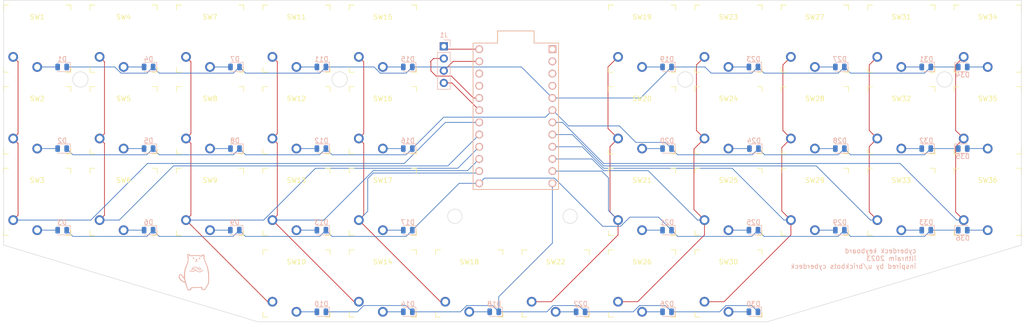
<source format=kicad_pcb>
(kicad_pcb (version 20221018) (generator pcbnew)
  (layers (0 "F.Cu" signal) (31 "B.Cu" signal) (34 "B.Paste" user) (35 "F.Paste" user) (36 "B.SilkS" user "B.Silkscreen") (37 "F.SilkS" user "F.Silkscreen") (38 "B.Mask" user) (39 "F.Mask" user) (44 "Edge.Cuts" user))
  (net 0 "")
  (net 1 "ROW0")
  (net 2 "Net-(D1-A)")
  (net 3 "ROW1")
  (net 4 "Net-(D2-A)")
  (net 5 "ROW2")
  (net 6 "Net-(D3-A)")
  (net 7 "Net-(D4-A)")
  (net 8 "Net-(D5-A)")
  (net 9 "Net-(D6-A)")
  (net 10 "Net-(D7-A)")
  (net 11 "Net-(D8-A)")
  (net 12 "Net-(D9-A)")
  (net 13 "ROW3")
  (net 14 "Net-(D10-A)")
  (net 15 "Net-(D11-A)")
  (net 16 "Net-(D12-A)")
  (net 17 "Net-(D13-A)")
  (net 18 "Net-(D14-A)")
  (net 19 "Net-(D15-A)")
  (net 20 "Net-(D16-A)")
  (net 21 "Net-(D17-A)")
  (net 22 "Net-(D18-A)")
  (net 23 "Net-(D19-A)")
  (net 24 "Net-(D20-A)")
  (net 25 "Net-(D21-A)")
  (net 26 "Net-(D22-A)")
  (net 27 "Net-(D23-A)")
  (net 28 "Net-(D24-A)")
  (net 29 "Net-(D25-A)")
  (net 30 "Net-(D26-A)")
  (net 31 "Net-(D27-A)")
  (net 32 "Net-(D28-A)")
  (net 33 "Net-(D29-A)")
  (net 34 "Net-(D30-A)")
  (net 35 "Net-(D31-A)")
  (net 36 "Net-(D32-A)")
  (net 37 "Net-(D33-A)")
  (net 38 "Net-(D34-A)")
  (net 39 "Net-(D35-A)")
  (net 40 "Net-(D36-A)")
  (net 41 "CLM0")
  (net 42 "CLM1")
  (net 43 "CLM2")
  (net 44 "CLM3")
  (net 45 "CLM4")
  (net 46 "CLM5")
  (net 47 "CLM6")
  (net 48 "CLM7")
  (net 49 "CLM8")
  (net 50 "CLM9")
  (net 55 "Net-(J1-Pin_1)")
  (net 56 "Net-(J1-Pin_2)")
  (net 59 "Net-(J1-Pin_3)")
  (net 60 "Net-(J1-Pin_4)")
  (footprint "Footprints:SW_PG1350" (layer "F.Cu") (at 37.5 29.5)
    (fp_text reference "SW4")
    (fp_text value "SW_Push")
  )
  (footprint "Footprints:SW_PG1350" (layer "F.Cu") (at 91.5 29.5)
    (fp_text reference "SW15")
    (fp_text value "SW_Push")
  )
  (footprint "Footprints:SW_PG1350" (layer "F.Cu") (at 19.5 63.5)
    (fp_text reference "SW3")
    (fp_text value "SW_Push")
  )
  (footprint "Footprints:SW_PG1350" (layer "F.Cu") (at 181.5 63.5)
    (fp_text reference "SW29")
    (fp_text value "SW_Push")
  )
  (footprint "Footprints:SW_PG1350" (layer "F.Cu") (at 55.5 63.5)
    (fp_text reference "SW9")
    (fp_text value "SW_Push")
  )
  (footprint "Footprints:SW_PG1350" (layer "F.Cu") (at 73.5 46.5)
    (fp_text reference "SW12")
    (fp_text value "SW_Push")
  )
  (footprint "Footprints:SW_PG1350" (layer "F.Cu") (at 91.5 63.5)
    (fp_text reference "SW17")
    (fp_text value "SW_Push")
  )
  (footprint "Footprints:SW_PG1350" (layer "F.Cu") (at 145.5 80.5)
    (fp_text reference "SW26")
    (fp_text value "SW_Push")
  )
  (footprint "Footprints:SW_PG1350" (layer "F.Cu") (at 91.5 46.5)
    (fp_text reference "SW16")
    (fp_text value "SW_Push")
  )
  (footprint "Footprints:SW_PG1350" (layer "F.Cu") (at 37.5 46.5)
    (fp_text reference "SW5")
    (fp_text value "SW_Push")
  )
  (footprint "Footprints:SW_PG1350" (layer "F.Cu") (at 91.5 80.5)
    (fp_text reference "SW14")
    (fp_text value "SW_Push")
  )
  (footprint "Footprints:SW_PG1350" (layer "F.Cu") (at 217.5 46.5)
    (fp_text reference "SW35")
    (fp_text value "SW_Push")
  )
  (footprint "Footprints:SW_PG1350" (layer "F.Cu") (at 109.5 80.5)
    (fp_text reference "SW18")
    (fp_text value "SW_Push")
  )
  (footprint "Footprints:SW_PG1350" (layer "F.Cu") (at 199.5 63.5)
    (fp_text reference "SW33")
    (fp_text value "SW_Push")
  )
  (footprint "Footprints:SW_PG1350" (layer "F.Cu") (at 181.5 46.5)
    (fp_text reference "SW28")
    (fp_text value "SW_Push")
  )
  (footprint "Footprints:SW_PG1350" (layer "F.Cu") (at 199.5 29.5)
    (fp_text reference "SW31")
    (fp_text value "SW_Push")
  )
  (footprint "Footprints:SW_PG1350" (layer "F.Cu") (at 163.5 80.5)
    (fp_text reference "SW30")
    (fp_text value "SW_Push")
  )
  (footprint "Footprints:SW_PG1350" (layer "F.Cu") (at 19.5 29.5)
    (fp_text reference "SW1")
    (fp_text value "SW_Push")
  )
  (footprint "Footprints:SW_PG1350" (layer "F.Cu") (at 73.5 80.5)
    (fp_text reference "SW10")
    (fp_text value "SW_Push")
  )
  (footprint "Footprints:SW_PG1350" (layer "F.Cu") (at 145.5 46.5)
    (fp_text reference "SW20")
    (fp_text value "SW_Push")
  )
  (footprint "Footprints:SW_PG1350" (layer "F.Cu") (at 55.5 29.5)
    (fp_text reference "SW7")
    (fp_text value "SW_Push")
  )
  (footprint "Footprints:SW_PG1350" (layer "F.Cu") (at 37.5 63.5)
    (fp_text reference "SW6")
    (fp_text value "SW_Push")
  )
  (footprint "Footprints:SW_PG1350" (layer "F.Cu") (at 73.5 63.5)
    (fp_text reference "SW13")
    (fp_text value "SW_Push")
  )
  (footprint "Footprints:SW_PG1350" (layer "F.Cu") (at 127.5 80.5)
    (fp_text reference "SW22")
    (fp_text value "SW_Push")
  )
  (footprint "Footprints:SW_PG1350" (layer "F.Cu") (at 217.5 63.5)
    (fp_text reference "SW36")
    (fp_text value "SW_Push")
  )
  (footprint "Footprints:SW_PG1350" (layer "F.Cu") (at 163.5 63.5)
    (fp_text reference "SW25")
    (fp_text value "SW_Push")
  )
  (footprint "Footprints:SW_PG1350" (layer "F.Cu") (at 145.5 29.5)
    (fp_text reference "SW19")
    (fp_text value "SW_Push")
  )
  (footprint "Footprints:SW_PG1350" (layer "F.Cu") (at 217.5 29.5)
    (fp_text reference "SW34")
    (fp_text value "SW_Push")
  )
  (footprint "Footprints:SW_PG1350" (layer "F.Cu") (at 145.5 63.5)
    (fp_text reference "SW21")
    (fp_text value "SW_Push")
  )
  (footprint "Footprints:SW_PG1350" (layer "F.Cu") (at 73.5 29.5)
    (fp_text reference "SW11")
    (fp_text value "SW_Push")
  )
  (footprint "Footprints:SW_PG1350" (layer "F.Cu") (at 181.5 29.5)
    (fp_text reference "SW27")
    (fp_text value "SW_Push")
  )
  (footprint "Footprints:SW_PG1350" (layer "F.Cu") (at 55.5 46.5)
    (fp_text reference "SW8")
    (fp_text value "SW_Push")
  )
  (footprint "Footprints:SW_PG1350" (layer "F.Cu") (at 163.5 46.5)
    (fp_text reference "SW24")
    (fp_text value "SW_Push")
  )
  (footprint "Footprints:SW_PG1350" (layer "F.Cu") (at 199.5 46.5)
    (fp_text reference "SW32")
    (fp_text value "SW_Push")
  )
  (footprint "Footprints:SW_PG1350" (layer "F.Cu") (at 163.5 29.5)
    (fp_text reference "SW23")
    (fp_text value "SW_Push")
  )
  (footprint "Footprints:SW_PG1350" (layer "F.Cu") (at 19.5 46.5)
    (fp_text reference "SW2")
    (fp_text value "SW_Push")
  )
  (footprint "Diode_SMD:D_0805_2012Metric" (layer "B.Cu") (at 219.8 59.9)
    (fp_text reference "D35")
    (fp_text value "D")
  )
  (footprint "Diode_SMD:D_0805_2012Metric" (layer "B.Cu") (at 122.2 93.9 180)
    (fp_text reference "D18")
    (fp_text value "D")
  )
  (footprint "Diode_SMD:D_0805_2012Metric" (layer "B.Cu") (at 194.2 42.9 180)
    (fp_text reference "D27")
    (fp_text value "D")
  )
  (footprint "Diode_SMD:D_0805_2012Metric" (layer "B.Cu") (at 176.2 42.9 180)
    (fp_text reference "D23")
    (fp_text value "D")
  )
  (footprint "Diode_SMD:D_0805_2012Metric" (layer "B.Cu") (at 104.2 59.9 180)
    (fp_text reference "D16")
    (fp_text value "D")
  )
  (footprint "Diode_SMD:D_0805_2012Metric" (layer "B.Cu") (at 194.2 59.9 180)
    (fp_text reference "D28")
    (fp_text value "D")
  )
  (footprint "Diode_SMD:D_0805_2012Metric" (layer "B.Cu") (at 86.2 42.9 180)
    (fp_text reference "D11")
    (fp_text value "D")
  )
  (footprint "Footprints:ProMicro" (layer "B.Cu") (at 126.7 53.17 -90)
    (fp_text reference "U1" hide)
    (fp_text value "ProMicro")
  )
  (footprint "Diode_SMD:D_0805_2012Metric" (layer "B.Cu") (at 86.2 59.9 180)
    (fp_text reference "D12")
    (fp_text value "D")
  )
  (footprint "Diode_SMD:D_0805_2012Metric" (layer "B.Cu") (at 86.2 93.9 180)
    (fp_text reference "D10")
    (fp_text value "D")
  )
  (footprint "Diode_SMD:D_0805_2012Metric" (layer "B.Cu") (at 50.2 76.9 180)
    (fp_text reference "D6")
    (fp_text value "D")
  )
  (footprint "Footprints:Images-Chef_Gumi" (layer "B.Cu") (at 59.9 85.1 180)
    (fp_text reference "G***" hide)
    (fp_text value "LOGO" hide)
  )
  (footprint "Diode_SMD:D_0805_2012Metric" (layer "B.Cu") (at 194.2 76.9 180)
    (fp_text reference "D29")
    (fp_text value "D")
  )
  (footprint "Diode_SMD:D_0805_2012Metric" (layer "B.Cu") (at 50.2 59.9 180)
    (fp_text reference "D5")
    (fp_text value "D")
  )
  (footprint "Diode_SMD:D_0805_2012Metric" (layer "B.Cu") (at 176.3 59.9 180)
    (fp_text reference "D24")
    (fp_text value "D")
  )
  (footprint "Diode_SMD:D_0805_2012Metric" (layer "B.Cu") (at 219.8 42.9)
    (fp_text reference "D34")
    (fp_text value "D")
  )
  (footprint "Diode_SMD:D_0805_2012Metric" (layer "B.Cu") (at 50.2 42.9 180)
    (fp_text reference "D4")
    (fp_text value "D")
  )
  (footprint "Diode_SMD:D_0805_2012Metric" (layer "B.Cu") (at 32.2 76.9 180)
    (fp_text reference "D3")
    (fp_text value "D")
  )
  (footprint "Diode_SMD:D_0805_2012Metric" (layer "B.Cu") (at 176.2 76.9 180)
    (fp_text reference "D25")
    (fp_text value "D")
  )
  (footprint "Connector_PinHeader_2.54mm:PinHeader_1x04_P2.54mm_Vertical" (layer "B.Cu") (at 111.7 38.6 180)
    (fp_text reference "J1")
    (fp_text value "Thumbstick Connector")
  )
  (footprint "Diode_SMD:D_0805_2012Metric" (layer "B.Cu") (at 158.2 93.9 180)
    (fp_text reference "D26")
    (fp_text value "D")
  )
  (footprint "Diode_SMD:D_0805_2012Metric" (layer "B.Cu") (at 68.1625 76.9 180)
    (fp_text reference "D9")
    (fp_text value "D")
  )
  (footprint "Diode_SMD:D_0805_2012Metric" (layer "B.Cu") (at 104.2 42.9 180)
    (fp_text reference "D15")
    (fp_text value "D")
  )
  (footprint "Diode_SMD:D_0805_2012Metric" (layer "B.Cu") (at 86.2 76.9 180)
    (fp_text reference "D13")
    (fp_text value "D")
  )
  (footprint "Diode_SMD:D_0805_2012Metric" (layer "B.Cu") (at 140.2 93.9 180)
    (fp_text reference "D22")
    (fp_text value "D")
  )
  (footprint "Diode_SMD:D_0805_2012Metric" (layer "B.Cu") (at 212.2 42.9 180)
    (fp_text reference "D31")
    (fp_text value "D")
  )
  (footprint "Diode_SMD:D_0805_2012Metric" (layer "B.Cu") (at 212.2 59.9 180)
    (fp_text reference "D32")
    (fp_text value "D")
  )
  (footprint "Diode_SMD:D_0805_2012Metric" (layer "B.Cu") (at 104.2 93.9 180)
    (fp_text reference "D14")
    (fp_text value "D")
  )
  (footprint "Diode_SMD:D_0805_2012Metric" (layer "B.Cu") (at 68.2 59.9 180)
    (fp_text reference "D8")
    (fp_text value "D")
  )
  (footprint "Diode_SMD:D_0805_2012Metric" (layer "B.Cu") (at 32.2 59.9 180)
    (fp_text reference "D2")
    (fp_text value "D")
  )
  (footprint "Diode_SMD:D_0805_2012Metric" (layer "B.Cu") (at 158.2 76.9 180)
    (fp_text reference "D21")
    (fp_text value "D")
  )
  (footprint "Diode_SMD:D_0805_2012Metric" (layer "B.Cu") (at 176.2 93.9 180)
    (fp_text reference "D30")
    (fp_text value "D")
  )
  (footprint "Diode_SMD:D_0805_2012Metric" (layer "B.Cu") (at 212.2 76.9 180)
    (fp_text reference "D33")
    (fp_text value "D")
  )
  (footprint "Diode_SMD:D_0805_2012Metric" (layer "B.Cu") (at 158.2 59.9 180)
    (fp_text reference "D20")
    (fp_text value "D")
  )
  (footprint "Diode_SMD:D_0805_2012Metric" (layer "B.Cu") (at 219.8 76.9)
    (fp_text reference "D36")
    (fp_text value "D")
  )
  (footprint "Diode_SMD:D_0805_2012Metric" (layer "B.Cu") (at 68.2 42.9 180)
    (fp_text reference "D7")
    (fp_text value "D")
  )
  (footprint "Diode_SMD:D_0805_2012Metric" (layer "B.Cu") (at 104.2 76.9 180)
    (fp_text reference "D17")
    (fp_text value "D")
  )
  (footprint "Diode_SMD:D_0805_2012Metric" (layer "B.Cu") (at 32.2 42.9 180)
    (fp_text reference "D1")
    (fp_text value "D")
  )
  (footprint "Diode_SMD:D_0805_2012Metric" (layer "B.Cu") (at 158.2 42.9 180)
    (fp_text reference "D19")
    (fp_text value "D")
  )
  (gr_line (start 73 96) (end 179 96) (stroke (width 0.1)) (layer "Edge.Cuts"))
  (gr_circle (center 162 45.5) (end 163.6 45.5) (stroke (width 0.1)) (fill none) (layer "Edge.Cuts"))
  (gr_circle (center 216 45.5) (end 217.6 45.5) (stroke (width 0.1)) (fill none) (layer "Edge.Cuts"))
  (gr_circle (center 138 74) (end 138 75.5) (stroke (width 0.1)) (fill none) (layer "Edge.Cuts"))
  (gr_line (start 20 80) (end 73 96) (stroke (width 0.1)) (layer "Edge.Cuts"))
  (gr_line (start 232 29) (end 232 80) (stroke (width 0.1)) (layer "Edge.Cuts"))
  (gr_circle (center 114 74) (end 114 75.5) (stroke (width 0.1)) (fill none) (layer "Edge.Cuts"))
  (gr_line (start 20 29) (end 232 29) (stroke (width 0.1)) (layer "Edge.Cuts"))
  (gr_line (start 20 29) (end 20 80) (stroke (width 0.1)) (layer "Edge.Cuts"))
  (gr_circle (center 90 45.5) (end 91.6 45.5) (stroke (width 0.1)) (fill none) (layer "Edge.Cuts"))
  (gr_circle (center 36 45.5) (end 37.6 45.5) (stroke (width 0.1)) (fill none) (layer "Edge.Cuts"))
  (gr_line (start 179 96) (end 232 80) (stroke (width 0.1)) (layer "Edge.Cuts"))
  (gr_text "cyberdeck keyboard\nilthraim 2023\ninspired by u/brickbots cyberdeck" (at 210.2 85) (layer "B.SilkS") (effects (font (size 1 1)) (justify left bottom mirror)))
  (segment (start 97.17425 42.9) (end 98.46525 44.191) (width 0.15) (layer "B.Cu") (net 1))
  (segment (start 52.4285 44.191) (end 67.8465 44.191) (width 0.15) (layer "B.Cu") (net 1))
  (segment (start 85.8465 44.191) (end 87.1375 42.9) (width 0.15) (layer "B.Cu") (net 1))
  (segment (start 195.1375 42.9) (end 193.8465 44.191) (width 0.15) (layer "B.Cu") (net 1))
  (segment (start 175.8465 44.191) (end 167.391 44.191) (width 0.15) (layer "B.Cu") (net 1))
  (segment (start 127.86 42.9) (end 134.32 49.36) (width 0.15) (layer "B.Cu") (net 1))
  (segment (start 70.4285 44.191) (end 85.8465 44.191) (width 0.15) (layer "B.Cu") (net 1))
  (segment (start 103.8465 44.191) (end 105.1375 42.9) (width 0.15) (layer "B.Cu") (net 1))
  (segment (start 218.8625 42.9) (end 213.1375 42.9) (width 0.15) (layer "B.Cu") (net 1))
  (segment (start 178.4285 44.191) (end 177.1375 42.9) (width 0.15) (layer "B.Cu") (net 1))
  (segment (start 159.1375 42.9) (end 152.6775 49.36) (width 0.15) (layer "B.Cu") (net 1))
  (segment (start 167.391 44.191) (end 166.1 42.9) (width 0.15) (layer "B.Cu") (net 1))
  (segment (start 69.1375 42.9) (end 70.4285 44.191) (width 0.15) (layer "B.Cu") (net 1))
  (segment (start 33.1375 42.9) (end 43.17425 42.9) (width 0.15) (layer "B.Cu") (net 1))
  (segment (start 44.46525 44.191) (end 49.8465 44.191) (width 0.15) (layer "B.Cu") (net 1))
  (segment (start 193.8465 44.191) (end 178.4285 44.191) (width 0.15) (layer "B.Cu") (net 1))
  (segment (start 51.1375 42.9) (end 52.4285 44.191) (width 0.15) (layer "B.Cu") (net 1))
  (segment (start 105.1375 42.9) (end 127.86 42.9) (width 0.15) (layer "B.Cu") (net 1))
  (segment (start 98.46525 44.191) (end 103.8465 44.191) (width 0.15) (layer "B.Cu") (net 1))
  (segment (start 211.8465 44.191) (end 196.4285 44.191) (width 0.15) (layer "B.Cu") (net 1))
  (segment (start 166.1 42.9) (end 159.1375 42.9) (width 0.15) (layer "B.Cu") (net 1))
  (segment (start 49.8465 44.191) (end 51.1375 42.9) (width 0.15) (layer "B.Cu") (net 1))
  (segment (start 196.4285 44.191) (end 195.1375 42.9) (width 0.15) (layer "B.Cu") (net 1))
  (segment (start 152.6775 49.36) (end 134.32 49.36) (width 0.15) (layer "B.Cu") (net 1))
  (segment (start 177.1375 42.9) (end 175.8465 44.191) (width 0.15) (layer "B.Cu") (net 1))
  (segment (start 43.17425 42.9) (end 44.46525 44.191) (width 0.15) (layer "B.Cu") (net 1))
  (segment (start 67.8465 44.191) (end 69.1375 42.9) (width 0.15) (layer "B.Cu") (net 1))
  (segment (start 87.1375 42.9) (end 97.17425 42.9) (width 0.15) (layer "B.Cu") (net 1))
  (segment (start 213.1375 42.9) (end 211.8465 44.191) (width 0.15) (layer "B.Cu") (net 1))
  (segment (start 27 42.9) (end 31.2625 42.9) (width 0.15) (layer "B.Cu") (net 2))
  (segment (start 88.4285 61.191) (end 103.8465 61.191) (width 0.15) (layer "B.Cu") (net 3))
  (segment (start 196.4285 61.191) (end 195.1375 59.9) (width 0.15) (layer "B.Cu") (net 3))
  (segment (start 175.9465 61.191) (end 160.4285 61.191) (width 0.15) (layer "B.Cu") (net 3))
  (segment (start 177.2375 59.9) (end 175.9465 61.191) (width 0.15) (layer "B.Cu") (net 3))
  (segment (start 87.1375 59.9) (end 88.4285 61.191) (width 0.15) (layer "B.Cu") (net 3))
  (segment (start 213.1375 59.9) (end 211.8465 61.191) (width 0.15) (layer "B.Cu") (net 3))
  (segment (start 178.5285 61.191) (end 177.2375 59.9) (width 0.15) (layer "B.Cu") (net 3))
  (segment (start 105.1375 59.9) (end 111.6725 53.365) (width 0.15) (layer "B.Cu") (net 3))
  (segment (start 159.1375 59.9) (end 157.8465 58.609) (width 0.15) (layer "B.Cu") (net 3))
  (segment (start 151.709 58.609) (end 148.2759 55.1759) (width 0.15) (layer "B.Cu") (net 3))
  (segment (start 218.8625 59.9) (end 213.1375 59.9) (width 0.15) (layer "B.Cu") (net 3))
  (segment (start 148.2759 55.1759) (end 137.6759 55.1759) (width 0.15) (layer "B.Cu") (net 3))
  (segment (start 52.4285 61.191) (end 67.8465 61.191) (width 0.15) (layer "B.Cu") (net 3))
  (segment (start 33.1375 59.9) (end 34.4285 61.191) (width 0.15) (layer "B.Cu") (net 3))
  (segment (start 134.4 51.9) (end 134.32 51.9) (width 0.15) (layer "B.Cu") (net 3))
  (segment (start 111.6725 53.365) (end 132.855 53.365) (width 0.15) (layer "B.Cu") (net 3))
  (segment (start 85.8465 61.191) (end 87.1375 59.9) (width 0.15) (layer "B.Cu") (net 3))
  (segment (start 67.8465 61.191) (end 69.1375 59.9) (width 0.15) (layer "B.Cu") (net 3))
  (segment (start 137.6759 55.1759) (end 134.4 51.9) (width 0.15) (layer "B.Cu") (net 3))
  (segment (start 195.1375 59.9) (end 193.8465 61.191) (width 0.15) (layer "B.Cu") (net 3))
  (segment (start 49.8465 61.191) (end 51.1375 59.9) (width 0.15) (layer "B.Cu") (net 3))
  (segment (start 70.4285 61.191) (end 85.8465 61.191) (width 0.15) (layer "B.Cu") (net 3))
  (segment (start 69.1375 59.9) (end 70.4285 61.191) (width 0.15) (layer "B.Cu") (net 3))
  (segment (start 160.4285 61.191) (end 159.1375 59.9) (width 0.15) (layer "B.Cu") (net 3))
  (segment (start 193.8465 61.191) (end 178.5285 61.191) (width 0.15) (layer "B.Cu") (net 3))
  (segment (start 34.4285 61.191) (end 49.8465 61.191) (width 0.15) (layer "B.Cu") (net 3))
  (segment (start 51.1375 59.9) (end 52.4285 61.191) (width 0.15) (layer "B.Cu") (net 3))
  (segment (start 132.855 53.365) (end 134.32 51.9) (width 0.15) (layer "B.Cu") (net 3))
  (segment (start 157.8465 58.609) (end 151.709 58.609) (width 0.15) (layer "B.Cu") (net 3))
  (segment (start 211.8465 61.191) (end 196.4285 61.191) (width 0.15) (layer "B.Cu") (net 3))
  (segment (start 103.8465 61.191) (end 105.1375 59.9) (width 0.15) (layer "B.Cu") (net 3))
  (segment (start 31.2625 59.9) (end 27 59.9) (width 0.15) (layer "B.Cu") (net 4))
  (segment (start 114.8975 67.14) (end 119.08 67.14) (width 0.15) (layer "B.Cu") (net 5))
  (segment (start 156.4285 74.191) (end 150.43475 74.191) (width 0.15) (layer "B.Cu") (net 5))
  (segment (start 148.53475 76.091) (end 144.79128 76.091) (width 0.15) (layer "B.Cu") (net 5))
  (segment (start 159.1375 76.9) (end 156.4285 74.191) (width 0.15) (layer "B.Cu") (net 5))
  (segment (start 70.391 78.191) (end 85.8465 78.191) (width 0.15) (layer "B.Cu") (net 5))
  (segment (start 134.76528 66.065) (end 120.155 66.065) (width 0.15) (layer "B.Cu") (net 5))
  (segment (start 69.1 76.9) (end 70.391 78.191) (width 0.15) (layer "B.Cu") (net 5))
  (segment (start 67.809 78.191) (end 69.1 76.9) (width 0.15) (layer "B.Cu") (net 5))
  (segment (start 85.8465 78.191) (end 87.1375 76.9) (width 0.15) (layer "B.Cu") (net 5))
  (segment (start 195.1375 76.9) (end 193.8465 78.191) (width 0.15) (layer "B.Cu") (net 5))
  (segment (start 160.4285 78.191) (end 175.8465 78.191) (width 0.15) (layer "B.Cu") (net 5))
  (segment (start 88.4285 78.191) (end 103.8465 78.191) (width 0.15) (layer "B.Cu") (net 5))
  (segment (start 49.8465 78.191) (end 51.1375 76.9) (width 0.15) (layer "B.Cu") (net 5))
  (segment (start 159.1375 76.9) (end 160.4285 78.191) (width 0.15) (layer "B.Cu") (net 5))
  (segment (start 178.4285 78.191) (end 177.1375 76.9) (width 0.15) (layer "B.Cu") (net 5))
  (segment (start 150.43475 74.191) (end 148.53475 76.091) (width 0.15) (layer "B.Cu") (net 5))
  (segment (start 144.79128 76.091) (end 134.76528 66.065) (width 0.15) (layer "B.Cu") (net 5))
  (segment (start 211.8465 78.191) (end 196.4285 78.191) (width 0.15) (layer "B.Cu") (net 5))
  (segment (start 51.1375 76.9) (end 52.4285 78.191) (width 0.15) (layer "B.Cu") (net 5))
  (segment (start 218.8625 76.9) (end 213.1375 76.9) (width 0.15) (layer "B.Cu") (net 5))
  (segment (start 175.8465 78.191) (end 177.1375 76.9) (width 0.15) (layer "B.Cu") (net 5))
  (segment (start 120.155 66.065) (end 119.08 67.14) (width 0.15) (layer "B.Cu") (net 5))
  (segment (start 52.4285 78.191) (end 67.809 78.191) (width 0.15) (layer "B.Cu") (net 5))
  (segment (start 103.8465 78.191) (end 105.1375 76.9) (width 0.15) (layer "B.Cu") (net 5))
  (segment (start 196.4285 78.191) (end 195.1375 76.9) (width 0.15) (layer "B.Cu") (net 5))
  (segment (start 87.1375 76.9) (end 88.4285 78.191) (width 0.15) (layer "B.Cu") (net 5))
  (segment (start 33.1375 76.9) (end 34.4285 78.191) (width 0.15) (layer "B.Cu") (net 5))
  (segment (start 34.4285 78.191) (end 49.8465 78.191) (width 0.15) (layer "B.Cu") (net 5))
  (segment (start 105.1375 76.9) (end 114.8975 67.14) (width 0.15) (layer "B.Cu") (net 5))
  (segment (start 193.8465 78.191) (end 178.4285 78.191) (width 0.15) (layer "B.Cu") (net 5))
  (segment (start 213.1375 76.9) (end 211.8465 78.191) (width 0.15) (layer "B.Cu") (net 5))
  (segment (start 27 76.9) (end 31.2625 76.9) (width 0.15) (layer "B.Cu") (net 6))
  (segment (start 45 42.9) (end 49.2625 42.9) (width 0.15) (layer "B.Cu") (net 7))
  (segment (start 49.2625 59.9) (end 45 59.9) (width 0.15) (layer "B.Cu") (net 8))
  (segment (start 45 76.9) (end 49.2625 76.9) (width 0.15) (layer "B.Cu") (net 9))
  (segment (start 67.2625 42.9) (end 63 42.9) (width 0.15) (layer "B.Cu") (net 10))
  (segment (start 67.2625 59.9) (end 63 59.9) (width 0.15) (layer "B.Cu") (net 11))
  (segment (start 63 76.9) (end 67.225 76.9) (width 0.15) (layer "B.Cu") (net 12))
  (segment (start 151.17425 93.9) (end 152.46525 92.609) (width 0.15) (layer "B.Cu") (net 13))
  (segment (start 170.46525 92.609) (end 175.8465 92.609) (width 0.15) (layer "B.Cu") (net 13))
  (segment (start 152.46525 92.609) (end 157.8465 92.609) (width 0.15) (layer "B.Cu") (net 13))
  (segment (start 141.1375 93.9) (end 151.17425 93.9) (width 0.15) (layer "B.Cu") (net 13))
  (segment (start 93.72575 93.9) (end 95.02575 92.6) (width 0.15) (layer "B.Cu") (net 13))
  (segment (start 134.46525 92.609) (end 139.8465 92.609) (width 0.15) (layer "B.Cu") (net 13))
  (segment (start 133.17425 93.9) (end 134.46525 92.609) (width 0.15) (layer "B.Cu") (net 13))
  (segment (start 115.17425 93.9) (end 116.46525 92.609) (width 0.15) (layer "B.Cu") (net 13))
  (segment (start 123.1375 93.9) (end 133.17425 93.9) (width 0.15) (layer "B.Cu") (net 13))
  (segment (start 139.8465 92.609) (end 141.1375 93.9) (width 0.15) (layer "B.Cu") (net 13))
  (segment (start 175.8465 92.609) (end 177.1375 93.9) (width 0.15) (layer "B.Cu") (net 13))
  (segment (start 121.8465 92.609) (end 123.1375 93.9) (width 0.15) (layer "B.Cu") (net 13))
  (segment (start 169.17425 93.9) (end 170.46525 92.609) (width 0.15) (layer "B.Cu") (net 13))
  (segment (start 103.8375 92.6) (end 105.1375 93.9) (width 0.15) (layer "B.Cu") (net 13))
  (segment (start 87.1375 93.9) (end 93.72575 93.9) (width 0.15) (layer "B.Cu") (net 13))
  (segment (start 105.1375 93.9) (end 115.17425 93.9) (width 0.15) (layer "B.Cu") (net 13))
  (segment (start 134.32 79.58) (end 134.32 67.14) (width 0.15) (layer "B.Cu") (net 13))
  (segment (start 123.1375 93.9) (end 123.1375 90.7625) (width 0.15) (layer "B.Cu") (net 13))
  (segment (start 123.1375 90.7625) (end 134.32 79.58) (width 0.15) (layer "B.Cu") (net 13))
  (segment (start 157.8465 92.609) (end 159.1375 93.9) (width 0.15) (layer "B.Cu") (net 13))
  (segment (start 116.46525 92.609) (end 121.8465 92.609) (width 0.15) (layer "B.Cu") (net 13))
  (segment (start 95.02575 92.6) (end 103.8375 92.6) (width 0.15) (layer "B.Cu") (net 13))
  (segment (start 159.1375 93.9) (end 169.17425 93.9) (width 0.15) (layer "B.Cu") (net 13))
  (segment (start 81 93.9) (end 85.2625 93.9) (width 0.15) (layer "B.Cu") (net 14))
  (segment (start 85.2625 42.9) (end 81 42.9) (width 0.15) (layer "B.Cu") (net 15))
  (segment (start 85.2625 59.9) (end 81 59.9) (width 0.15) (layer "B.Cu") (net 16))
  (segment (start 81 76.9) (end 85.2625 76.9) (width 0.15) (layer "B.Cu") (net 17))
  (segment (start 99 93.9) (end 103.2625 93.9) (width 0.15) (layer "B.Cu") (net 18))
  (segment (start 99 42.9) (end 103.2625 42.9) (width 0.15) (layer "B.Cu") (net 19))
  (segment (start 103.2625 59.9) (end 99 59.9) (width 0.15) (layer "B.Cu") (net 20))
  (segment (start 99 76.9) (end 103.2625 76.9) (width 0.15) (layer "B.Cu") (net 21))
  (segment (start 121.2625 93.9) (end 117 93.9) (width 0.15) (layer "B.Cu") (net 22))
  (segment (start 157.2625 42.9) (end 153 42.9) (width 0.15) (layer "B.Cu") (net 23))
  (segment (start 157.2625 59.9) (end 153 59.9) (width 0.15) (layer "B.Cu") (net 24))
  (segment (start 157.2625 76.9) (end 153 76.9) (width 0.15) (layer "B.Cu") (net 25))
  (segment (start 139.2625 93.9) (end 135 93.9) (width 0.15) (layer "B.Cu") (net 26))
  (segment (start 175.2625 42.9) (end 171 42.9) (width 0.15) (layer "B.Cu") (net 27))
  (segment (start 175.3625 59.9) (end 171 59.9) (width 0.15) (layer "B.Cu") (net 28))
  (segment (start 175.2625 76.9) (end 171 76.9) (width 0.15) (layer "B.Cu") (net 29))
  (segment (start 157.2625 93.9) (end 153 93.9) (width 0.15) (layer "B.Cu") (net 30))
  (segment (start 193.2625 42.9) (end 189 42.9) (width 0.15) (layer "B.Cu") (net 31))
  (segment (start 193.2625 59.9) (end 189 59.9) (width 0.15) (layer "B.Cu") (net 32))
  (segment (start 193.2625 76.9) (end 189 76.9) (width 0.15) (layer "B.Cu") (net 33))
  (segment (start 171 93.9) (end 175.2625 93.9) (width 0.15) (layer "B.Cu") (net 34))
  (segment (start 211.2625 42.9) (end 207 42.9) (width 0.15) (layer "B.Cu") (net 35))
  (segment (start 211.2625 59.9) (end 207 59.9) (width 0.15) (layer "B.Cu") (net 36))
  (segment (start 211.2625 76.9) (end 207 76.9) (width 0.15) (layer "B.Cu") (net 37))
  (segment (start 225 42.9) (end 220.7375 42.9) (width 0.15) (layer "B.Cu") (net 38))
  (segment (start 225 59.9) (end 220.7375 59.9) (width 0.15) (layer "B.Cu") (net 39))
  (segment (start 225 76.9) (end 220.7375 76.9) (width 0.15) (layer "B.Cu") (net 40))
  (segment (start 23.015999 56.784001) (end 22 57.8) (width 0.15) (layer "F.Cu") (net 41))
  (segment (start 22 57.8) (end 23.015999 58.815999) (width 0.15) (layer "F.Cu") (net 41))
  (segment (start 23.015999 73.784001) (end 22 74.8) (width 0.15) (layer "F.Cu") (net 41))
  (segment (start 23.015999 58.815999) (end 23.015999 73.784001) (width 0.15) (layer "F.Cu") (net 41))
  (segment (start 23.015999 41.815999) (end 23.015999 56.784001) (width 0.15) (layer "F.Cu") (net 41))
  (segment (start 22 40.8) (end 23.015999 41.815999) (width 0.15) (layer "F.Cu") (net 41))
  (segment (start 22 74.8) (end 38.17425 74.8) (width 0.15) (layer "B.Cu") (net 41))
  (segment (start 49.97425 63) (end 103.471123 63) (width 0.15) (layer "B.Cu") (net 41))
  (segment (start 112.031123 54.44) (end 119.08 54.44) (width 0.15) (layer "B.Cu") (net 41))
  (segment (start 103.471123 63) (end 112.031123 54.44) (width 0.15) (layer "B.Cu") (net 41))
  (segment (start 38.17425 74.8) (end 49.97425 63) (width 0.15) (layer "B.Cu") (net 41))
  (segment (start 41.015999 73.784001) (end 40 74.8) (width 0.15) (layer "F.Cu") (net 42))
  (segment (start 41.015999 56.784001) (end 40 57.8) (width 0.15) (layer "F.Cu") (net 42))
  (segment (start 41.015999 58.815999) (end 41.015999 73.784001) (width 0.15) (layer "F.Cu") (net 42))
  (segment (start 41.015999 41.815999) (end 41.015999 56.784001) (width 0.15) (layer "F.Cu") (net 42))
  (segment (start 40 40.8) (end 41.015999 41.815999) (width 0.15) (layer "F.Cu") (net 42))
  (segment (start 40 57.8) (end 41.015999 58.815999) (width 0.15) (layer "F.Cu") (net 42))
  (segment (start 44.084289 74.8) (end 55.384289 63.5) (width 0.15) (layer "B.Cu") (net 42))
  (segment (start 40 74.8) (end 44.084289 74.8) (width 0.15) (layer "B.Cu") (net 42))
  (segment (start 112.56 63.5) (end 119.08 56.98) (width 0.15) (layer "B.Cu") (net 42))
  (segment (start 55.384289 63.5) (end 112.56 63.5) (width 0.15) (layer "B.Cu") (net 42))
  (segment (start 59.015999 73.784001) (end 59.015999 58.815999) (width 0.15) (layer "F.Cu") (net 43))
  (segment (start 58 74.8) (end 75 91.8) (width 0.15) (layer "F.Cu") (net 43))
  (segment (start 58 74.8) (end 59.015999 73.784001) (width 0.15) (layer "F.Cu") (net 43))
  (segment (start 59.015999 41.815999) (end 59.015999 56.784001) (width 0.15) (layer "F.Cu") (net 43))
  (segment (start 59.015999 58.815999) (end 58 57.8) (width 0.15) (layer "F.Cu") (net 43))
  (segment (start 75 91.8) (end 76 91.8) (width 0.15) (layer "F.Cu") (net 43))
  (segment (start 59.015999 56.784001) (end 58 57.8) (width 0.15) (layer "F.Cu") (net 43))
  (segment (start 58 40.8) (end 59.015999 41.815999) (width 0.15) (layer "F.Cu") (net 43))
  (segment (start 58 74.8) (end 74.17425 74.8) (width 0.15) (layer "B.Cu") (net 43))
  (segment (start 114.6 64) (end 119.08 59.52) (width 0.15) (layer "B.Cu") (net 43))
  (segment (start 74.17425 74.8) (end 84.97425 64) (width 0.15) (layer "B.Cu") (net 43))
  (segment (start 84.97425 64) (end 114.6 64) (width 0.15) (layer "B.Cu") (net 43))
  (segment (start 77.015999 41.815999) (end 77.015999 56.784001) (width 0.15) (layer "F.Cu") (net 44))
  (segment (start 93 91.8) (end 94 91.8) (width 0.15) (layer "F.Cu") (net 44))
  (segment (start 77.015999 58.815999) (end 77.015999 73.784001) (width 0.15) (layer "F.Cu") (net 44))
  (segment (start 77.015999 56.784001) (end 76 57.8) (width 0.15) (layer "F.Cu") (net 44))
  (segment (start 77.015999 73.784001) (end 76 74.8) (width 0.15) (layer "F.Cu") (net 44))
  (segment (start 76 40.8) (end 77.015999 41.815999) (width 0.15) (layer "F.Cu") (net 44))
  (segment (start 76 57.8) (end 77.015999 58.815999) (width 0.15) (layer "F.Cu") (net 44))
  (segment (start 76 74.8) (end 93 91.8) (width 0.15) (layer "F.Cu") (net 44))
  (segment (start 76 74.8) (end 86.7 74.8) (width 0.15) (layer "B.Cu") (net 44))
  (segment (start 86.7 74.8) (end 97 64.5) (width 0.15) (layer "B.Cu") (net 44))
  (segment (start 97 64.5) (end 116.64 64.5) (width 0.15) (layer "B.Cu") (net 44))
  (segment (start 116.64 64.5) (end 119.08 62.06) (width 0.15) (layer "B.Cu") (net 44))
  (segment (start 95.015999 41.815999) (end 95.015999 56.784001) (width 0.15) (layer "F.Cu") (net 45))
  (segment (start 95.015999 58.815999) (end 95.015999 73.784001) (width 0.15) (layer "F.Cu") (net 45))
  (segment (start 95.015999 73.784001) (end 94 74.8) (width 0.15) (layer "F.Cu") (net 45))
  (segment (start 95.015999 56.784001) (end 94 57.8) (width 0.15) (layer "F.Cu") (net 45))
  (segment (start 111 91.8) (end 112 91.8) (width 0.15) (layer "F.Cu") (net 45))
  (segment (start 94 57.8) (end 95.015999 58.815999) (width 0.15) (layer "F.Cu") (net 45))
  (segment (start 94 74.8) (end 111 91.8) (width 0.15) (layer "F.Cu") (net 45))
  (segment (start 94 40.8) (end 95.015999 41.815999) (width 0.15) (layer "F.Cu") (net 45))
  (segment (start 97 65) (end 118.68 65) (width 0.15) (layer "B.Cu") (net 45))
  (segment (start 95.85 66.15) (end 97 65) (width 0.15) (layer "B.Cu") (net 45))
  (segment (start 118.68 65) (end 119.08 64.6) (width 0.15) (layer "B.Cu") (net 45))
  (segment (start 95.85 72.95) (end 95.85 66.15) (width 0.15) (layer "B.Cu") (net 45))
  (segment (start 94 74.8) (end 95.85 72.95) (width 0.15) (layer "B.Cu") (net 45))
  (segment (start 148 40.8) (end 145.9 42.9) (width 0.15) (layer "F.Cu") (net 46))
  (segment (start 134.084289 91.8) (end 130 91.8) (width 0.15) (layer "F.Cu") (net 46))
  (segment (start 146.3241 73.1241) (end 148 74.8) (width 0.15) (layer "F.Cu") (net 46))
  (segment (start 145.9 55.7) (end 148 57.8) (width 0.15) (layer "F.Cu") (net 46))
  (segment (start 148 57.8) (end 146.3241 59.4759) (width 0.15) (layer "F.Cu") (net 46))
  (segment (start 148 77.884289) (end 134.084289 91.8) (width 0.15) (layer "F.Cu") (net 46))
  (segment (start 146.3241 59.4759) (end 146.3241 73.1241) (width 0.15) (layer "F.Cu") (net 46))
  (segment (start 145.9 42.9) (end 145.9 55.7) (width 0.15) (layer "F.Cu") (net 46))
  (segment (start 148 74.8) (end 148 77.884289) (width 0.15) (layer "F.Cu") (net 46))
  (segment (start 144.6 64.6) (end 134.32 64.6) (width 0.15) (layer "B.Cu") (net 46))
  (segment (start 146 66) (end 144.6 64.6) (width 0.15) (layer "B.Cu") (net 46))
  (segment (start 146 72.8) (end 146 66) (width 0.15) (layer "B.Cu") (net 46))
  (segment (start 148 74.8) (end 146 72.8) (width 0.15) (layer "B.Cu") (net 46))
  (segment (start 166 57.8) (end 163.8 60) (width 0.15) (layer "F.Cu") (net 47))
  (segment (start 152.084289 91.8) (end 148 91.8) (width 0.15) (layer "F.Cu") (net 47))
  (segment (start 163.8 72.6) (end 166 74.8) (width 0.15) (layer "F.Cu") (net 47))
  (segment (start 166 74.8) (end 166 77.884289) (width 0.15) (layer "F.Cu") (net 47))
  (segment (start 164.3241 42.4759) (end 164.3241 56.1241) (width 0.15) (layer "F.Cu") (net 47))
  (segment (start 166 77.884289) (end 152.084289 91.8) (width 0.15) (layer "F.Cu") (net 47))
  (segment (start 163.8 60) (end 163.8 72.6) (width 0.15) (layer "F.Cu") (net 47))
  (segment (start 164.3241 56.1241) (end 166 57.8) (width 0.15) (layer "F.Cu") (net 47))
  (segment (start 166 40.8) (end 164.3241 42.4759) (width 0.15) (layer "F.Cu") (net 47))
  (segment (start 164.56316 74.8) (end 154.26316 64.5) (width 0.15) (layer "B.Cu") (net 47))
  (segment (start 145 64.5) (end 142.56 62.06) (width 0.15) (layer "B.Cu") (net 47))
  (segment (start 166 74.8) (end 164.56316 74.8) (width 0.15) (layer "B.Cu") (net 47))
  (segment (start 142.56 62.06) (end 134.32 62.06) (width 0.15) (layer "B.Cu") (net 47))
  (segment (start 154.26316 64.5) (end 145 64.5) (width 0.15) (layer "B.Cu") (net 47))
  (segment (start 184 74.8) (end 184 77.884289) (width 0.15) (layer "F.Cu") (net 48))
  (segment (start 182.3241 42.4759) (end 182.3241 56.1241) (width 0.15) (layer "F.Cu") (net 48))
  (segment (start 182.3241 56.1241) (end 184 57.8) (width 0.15) (layer "F.Cu") (net 48))
  (segment (start 184 77.884289) (end 170.084289 91.8) (width 0.15) (layer "F.Cu") (net 48))
  (segment (start 170.084289 91.8) (end 166 91.8) (width 0.15) (layer "F.Cu") (net 48))
  (segment (start 184 40.8) (end 182.3241 42.4759) (width 0.15) (layer "F.Cu") (net 48))
  (segment (start 182.1 59.7) (end 182.1 72.9) (width 0.15) (layer "F.Cu") (net 48))
  (segment (start 182.1 72.9) (end 184 74.8) (width 0.15) (layer "F.Cu") (net 48))
  (segment (start 184 57.8) (end 182.1 59.7) (width 0.15) (layer "F.Cu") (net 48))
  (segment (start 171.76316 64) (end 145 64) (width 0.15) (layer "B.Cu") (net 48))
  (segment (start 182.56316 74.8) (end 171.76316 64) (width 0.15) (layer "B.Cu") (net 48))
  (segment (start 184 74.8) (end 182.56316 74.8) (width 0.15) (layer "B.Cu") (net 48))
  (segment (start 145 64) (end 140.52 59.52) (width 0.15) (layer "B.Cu") (net 48))
  (segment (start 140.52 59.52) (end 134.32 59.52) (width 0.15) (layer "B.Cu") (net 48))
  (segment (start 202 57.8) (end 200.3241 56.1241) (width 0.15) (layer "F.Cu") (net 49))
  (segment (start 202 74.8) (end 200.3241 73.1241) (width 0.15) (layer "F.Cu") (net 49))
  (segment (start 200.3241 42.4759) (end 202 40.8) (width 0.15) (layer "F.Cu") (net 49))
  (segment (start 200.3241 73.1241) (end 200.3241 59.4759) (width 0.15) (layer "F.Cu") (net 49))
  (segment (start 200.3241 56.1241) (end 200.3241 42.4759) (width 0.15) (layer "F.Cu") (net 49))
  (segment (start 200.3241 59.4759) (end 202 57.8) (width 0.15) (layer "F.Cu") (net 49))
  (segment (start 138.48 56.98) (end 134.32 56.98) (width 0.15) (layer "B.Cu") (net 49))
  (segment (start 200.56316 74.8) (end 189.26316 63.5) (width 0.15) (layer "B.Cu") (net 49))
  (segment (start 189.26316 63.5) (end 145 63.5) (width 0.15) (layer "B.Cu") (net 49))
  (segment (start 145 63.5) (end 138.48 56.98) (width 0.15) (layer "B.Cu") (net 49))
  (segment (start 202 74.8) (end 200.56316 74.8) (width 0.15) (layer "B.Cu") (net 49))
  (segment (start 220 40.8) (end 218.3241 42.4759) (width 0.15) (layer "F.Cu") (net 50))
  (segment (start 220 57.8) (end 218.3241 59.4759) (width 0.15) (layer "F.Cu") (net 50))
  (segment (start 218.3241 56.1241) (end 220 57.8) (width 0.15) (layer "F.Cu") (net 50))
  (segment (start 218.3241 59.4759) (end 218.3241 73.1241) (width 0.15) (layer "F.Cu") (net 50))
  (segment (start 218.3241 42.4759) (end 218.3241 56.1241) (width 0.15) (layer "F.Cu") (net 50))
  (segment (start 218.3241 73.1241) (end 220 74.8) (width 0.15) (layer "F.Cu") (net 50))
  (segment (start 220 74.8) (end 218.56316 74.8) (width 0.15) (layer "B.Cu") (net 50))
  (segment (start 145 63) (end 136.44 54.44) (width 0.15) (layer "B.Cu") (net 50))
  (segment (start 136.44 54.44) (end 134.32 54.44) (width 0.15) (layer "B.Cu") (net 50))
  (segment (start 218.56316 74.8) (end 206.76316 63) (width 0.15) (layer "B.Cu") (net 50))
  (segment (start 206.76316 63) (end 145 63) (width 0.15) (layer "B.Cu") (net 50))
  (segment (start 112.3 39.2) (end 111.7 38.6) (width 0.15) (layer "F.Cu") (net 55))
  (segment (start 119.08 39.2) (end 112.3 39.2) (width 0.15) (layer "F.Cu") (net 55))
  (segment (start 119.08 49.36) (end 117.86 49.36) (width 0.15) (layer "F.Cu") (net 56))
  (segment (start 110.105 44.805) (end 109 43.7) (width 0.15) (layer "F.Cu") (net 56))
  (segment (start 108.9 41.8) (end 109.56 41.14) (width 0.15) (layer "F.Cu") (net 56))
  (segment (start 109 41.9) (end 108.9 41.8) (width 0.15) (layer "F.Cu") (net 56))
  (segment (start 117.86 49.36) (end 113.305 44.805) (width 0.15) (layer "F.Cu") (net 56))
  (segment (start 109.56 41.14) (end 111.7 41.14) (width 0.15) (layer "F.Cu") (net 56))
  (segment (start 113.305 44.805) (end 110.105 44.805) (width 0.15) (layer "F.Cu") (net 56))
  (segment (start 109 43.7) (end 109 41.9) (width 0.15) (layer "F.Cu") (net 56))
  (segment (start 119.08 41.74) (end 113.64 41.74) (width 0.15) (layer "F.Cu") (net 59))
  (segment (start 113.64 41.74) (end 111.7 43.68) (width 0.15) (layer "F.Cu") (net 59))
  (segment (start 111.7 46.22) (end 113.4 46.22) (width 0.15) (layer "F.Cu") (net 60))
  (segment (start 113.4 46.22) (end 119.08 51.9) (width 0.15) (layer "F.Cu") (net 60))
)
</source>
